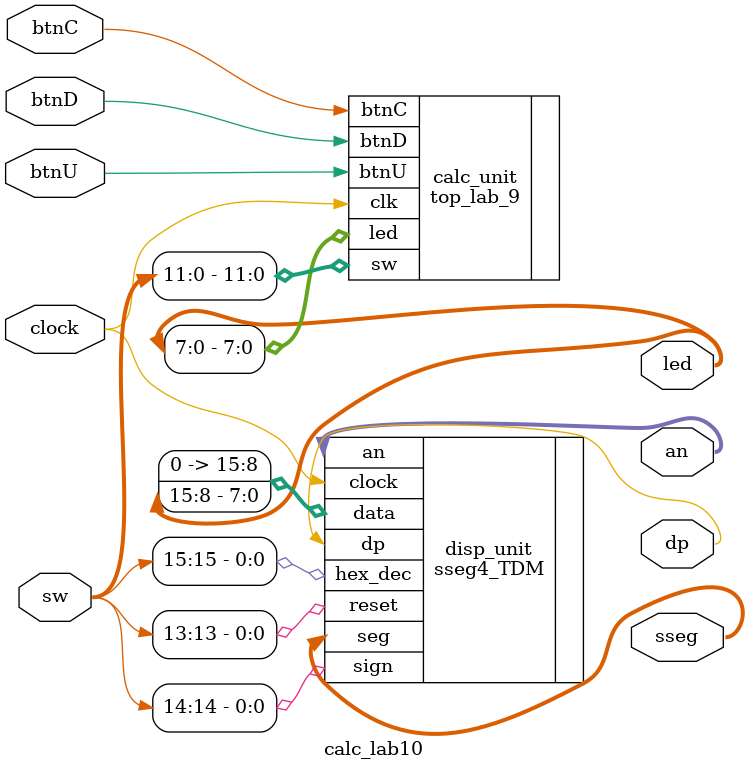
<source format=sv>
`timescale 1ns / 1ps


module calc_lab10(

    input btnU, btnD, btnC, clock,
    input [15:0]sw,
    
    output [6:0]sseg,
    output [3:0]an,
    output dp,
    output [15:0]led
);
    
    top_lab_9 calc_unit(.btnU(btnU), .btnC(btnC), .btnD(btnD), .clk(clock), .sw(sw[11:0]), .led(led[7:0]));
    sseg4_TDM disp_unit(.data({8'b00000000, led[15:8]}), .hex_dec(sw[15]), .sign(sw[14]), .reset(sw[13]), .clock(clock), .seg(sseg), .an(an), .dp(dp));
endmodule

</source>
